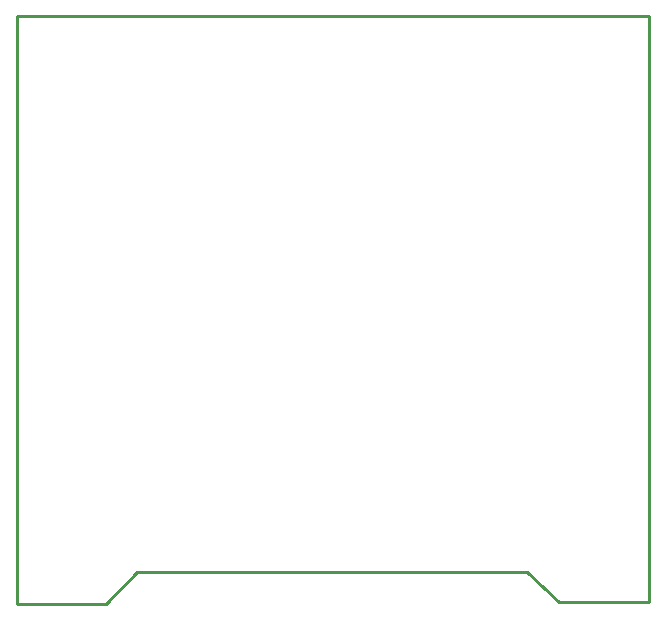
<source format=gko>
G04 Layer: BoardOutlineLayer*
G04 EasyEDA v6.5.50, 2025-07-31 09:17:27*
G04 a04e246fe33543dbb79078118b7d9401,9fc561ef3718428cb41126dab8e1c2a1,10*
G04 Gerber Generator version 0.2*
G04 Scale: 100 percent, Rotated: No, Reflected: No *
G04 Dimensions in millimeters *
G04 leading zeros omitted , absolute positions ,4 integer and 5 decimal *
%FSLAX45Y45*%
%MOMM*%

%ADD10C,0.2540*%
%ADD11C,0.0156*%
D10*
X4972050Y-8484615D02*
G01*
X1676400Y-8484615D01*
X6007100Y-3772915D02*
G01*
X660400Y-3772915D01*
X660400Y-8751315D01*
X1409700Y-8751315D01*
X1676400Y-8484615D01*
X4978400Y-8484615D02*
G01*
X5245100Y-8738615D01*
X6007100Y-8738615D01*
X6007100Y-3772915D01*

%LPD*%
M02*

</source>
